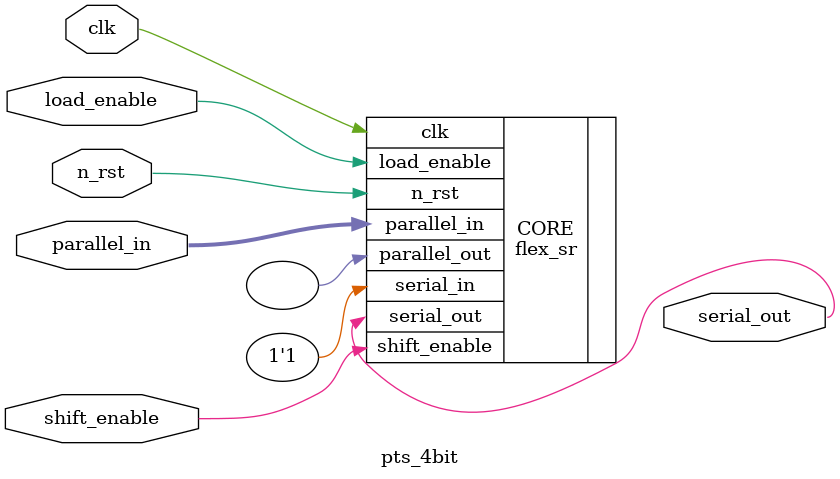
<source format=sv>
`timescale 1ns / 10ps

module pts_4bit (
    input clk, n_rst,
    input shift_enable,
    input load_enable,
    input [3:0] parallel_in,
    output logic serial_out
);

    flex_sr #(
        .SIZE(4),
        .MSB_FIRST(0)
    ) CORE (
        .clk(clk),
        .n_rst(n_rst),
        .shift_enable(shift_enable),
        .load_enable(load_enable),
        .serial_in(1'b1),
        .parallel_in(parallel_in),
        .serial_out(serial_out),
        .parallel_out()
    );

endmodule


</source>
